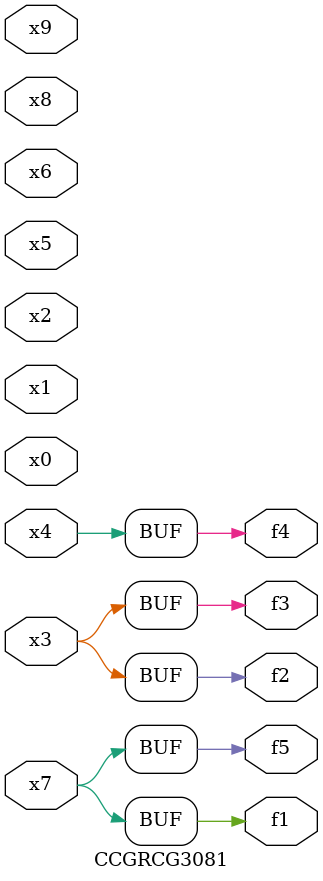
<source format=v>
module CCGRCG3081(
	input x0, x1, x2, x3, x4, x5, x6, x7, x8, x9,
	output f1, f2, f3, f4, f5
);
	assign f1 = x7;
	assign f2 = x3;
	assign f3 = x3;
	assign f4 = x4;
	assign f5 = x7;
endmodule

</source>
